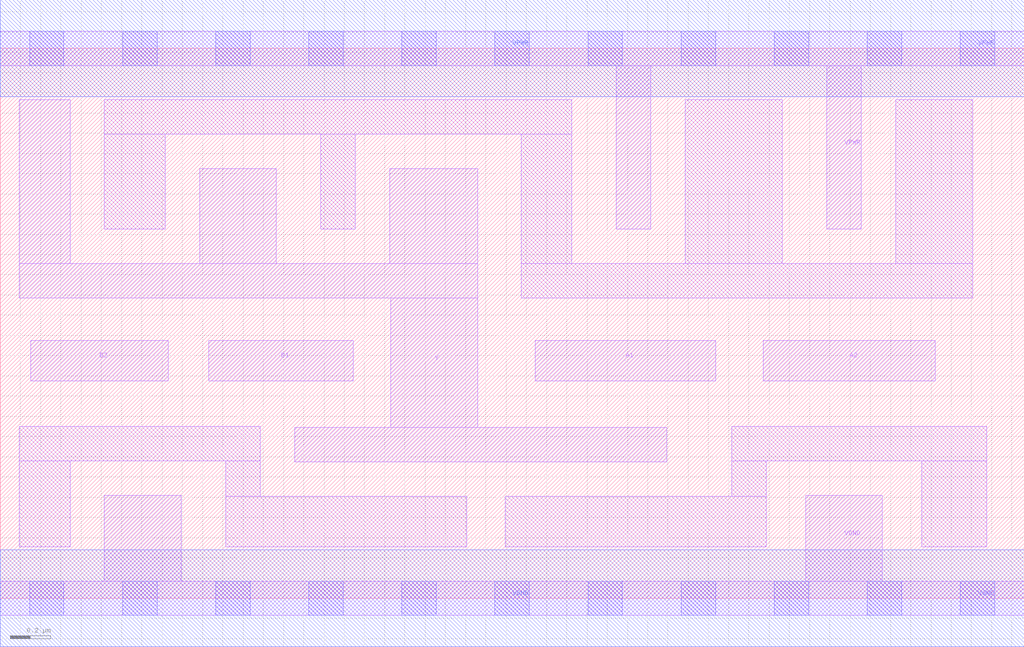
<source format=lef>
# Copyright 2020 The SkyWater PDK Authors
#
# Licensed under the Apache License, Version 2.0 (the "License");
# you may not use this file except in compliance with the License.
# You may obtain a copy of the License at
#
#     https://www.apache.org/licenses/LICENSE-2.0
#
# Unless required by applicable law or agreed to in writing, software
# distributed under the License is distributed on an "AS IS" BASIS,
# WITHOUT WARRANTIES OR CONDITIONS OF ANY KIND, either express or implied.
# See the License for the specific language governing permissions and
# limitations under the License.
#
# SPDX-License-Identifier: Apache-2.0

VERSION 5.7 ;
  NAMESCASESENSITIVE ON ;
  NOWIREEXTENSIONATPIN ON ;
  DIVIDERCHAR "/" ;
  BUSBITCHARS "[]" ;
UNITS
  DATABASE MICRONS 200 ;
END UNITS
PROPERTYDEFINITIONS
  MACRO maskLayoutSubType STRING ;
  MACRO prCellType STRING ;
  MACRO originalViewName STRING ;
END PROPERTYDEFINITIONS
MACRO sky130_fd_sc_hdll__a22oi_2
  CLASS CORE ;
  FOREIGN sky130_fd_sc_hdll__a22oi_2 ;
  ORIGIN  0.000000  0.000000 ;
  SIZE  5.060000 BY  2.720000 ;
  SYMMETRY X Y R90 ;
  SITE unithd ;
  PIN A1
    ANTENNAGATEAREA  0.555000 ;
    DIRECTION INPUT ;
    USE SIGNAL ;
    PORT
      LAYER li1 ;
        RECT 2.645000 1.075000 3.535000 1.275000 ;
    END
  END A1
  PIN A2
    ANTENNAGATEAREA  0.555000 ;
    DIRECTION INPUT ;
    USE SIGNAL ;
    PORT
      LAYER li1 ;
        RECT 3.770000 1.075000 4.620000 1.275000 ;
    END
  END A2
  PIN B1
    ANTENNAGATEAREA  0.555000 ;
    DIRECTION INPUT ;
    USE SIGNAL ;
    PORT
      LAYER li1 ;
        RECT 1.030000 1.075000 1.745000 1.275000 ;
    END
  END B1
  PIN B2
    ANTENNAGATEAREA  0.555000 ;
    DIRECTION INPUT ;
    USE SIGNAL ;
    PORT
      LAYER li1 ;
        RECT 0.150000 1.075000 0.830000 1.275000 ;
    END
  END B2
  PIN Y
    ANTENNADIFFAREA  1.278500 ;
    DIRECTION OUTPUT ;
    USE SIGNAL ;
    PORT
      LAYER li1 ;
        RECT 0.095000 1.485000 2.360000 1.655000 ;
        RECT 0.095000 1.655000 0.345000 2.465000 ;
        RECT 0.985000 1.655000 1.365000 2.125000 ;
        RECT 1.455000 0.675000 3.295000 0.845000 ;
        RECT 1.925000 1.655000 2.360000 2.125000 ;
        RECT 1.930000 0.845000 2.360000 1.485000 ;
    END
  END Y
  PIN VGND
    DIRECTION INOUT ;
    USE GROUND ;
    PORT
      LAYER li1 ;
        RECT 0.000000 -0.085000 5.060000 0.085000 ;
        RECT 0.515000  0.085000 0.895000 0.510000 ;
        RECT 3.980000  0.085000 4.360000 0.510000 ;
      LAYER mcon ;
        RECT 0.145000 -0.085000 0.315000 0.085000 ;
        RECT 0.605000 -0.085000 0.775000 0.085000 ;
        RECT 1.065000 -0.085000 1.235000 0.085000 ;
        RECT 1.525000 -0.085000 1.695000 0.085000 ;
        RECT 1.985000 -0.085000 2.155000 0.085000 ;
        RECT 2.445000 -0.085000 2.615000 0.085000 ;
        RECT 2.905000 -0.085000 3.075000 0.085000 ;
        RECT 3.365000 -0.085000 3.535000 0.085000 ;
        RECT 3.825000 -0.085000 3.995000 0.085000 ;
        RECT 4.285000 -0.085000 4.455000 0.085000 ;
        RECT 4.745000 -0.085000 4.915000 0.085000 ;
      LAYER met1 ;
        RECT 0.000000 -0.240000 5.060000 0.240000 ;
    END
  END VGND
  PIN VPWR
    DIRECTION INOUT ;
    USE POWER ;
    PORT
      LAYER li1 ;
        RECT 0.000000 2.635000 5.060000 2.805000 ;
        RECT 3.045000 1.825000 3.215000 2.635000 ;
        RECT 4.085000 1.825000 4.255000 2.635000 ;
      LAYER mcon ;
        RECT 0.145000 2.635000 0.315000 2.805000 ;
        RECT 0.605000 2.635000 0.775000 2.805000 ;
        RECT 1.065000 2.635000 1.235000 2.805000 ;
        RECT 1.525000 2.635000 1.695000 2.805000 ;
        RECT 1.985000 2.635000 2.155000 2.805000 ;
        RECT 2.445000 2.635000 2.615000 2.805000 ;
        RECT 2.905000 2.635000 3.075000 2.805000 ;
        RECT 3.365000 2.635000 3.535000 2.805000 ;
        RECT 3.825000 2.635000 3.995000 2.805000 ;
        RECT 4.285000 2.635000 4.455000 2.805000 ;
        RECT 4.745000 2.635000 4.915000 2.805000 ;
      LAYER met1 ;
        RECT 0.000000 2.480000 5.060000 2.960000 ;
    END
  END VPWR
  OBS
    LAYER li1 ;
      RECT 0.095000 0.255000 0.345000 0.680000 ;
      RECT 0.095000 0.680000 1.285000 0.850000 ;
      RECT 0.515000 1.825000 0.815000 2.295000 ;
      RECT 0.515000 2.295000 2.825000 2.465000 ;
      RECT 1.115000 0.255000 2.305000 0.505000 ;
      RECT 1.115000 0.505000 1.285000 0.680000 ;
      RECT 1.585000 1.825000 1.755000 2.295000 ;
      RECT 2.495000 0.255000 3.785000 0.505000 ;
      RECT 2.575000 1.485000 4.805000 1.655000 ;
      RECT 2.575000 1.655000 2.825000 2.295000 ;
      RECT 3.385000 1.655000 3.865000 2.465000 ;
      RECT 3.615000 0.505000 3.785000 0.680000 ;
      RECT 3.615000 0.680000 4.875000 0.850000 ;
      RECT 4.425000 1.655000 4.805000 2.465000 ;
      RECT 4.555000 0.255000 4.875000 0.680000 ;
  END
  PROPERTY maskLayoutSubType "abstract" ;
  PROPERTY prCellType "standard" ;
  PROPERTY originalViewName "layout" ;
END sky130_fd_sc_hdll__a22oi_2

</source>
